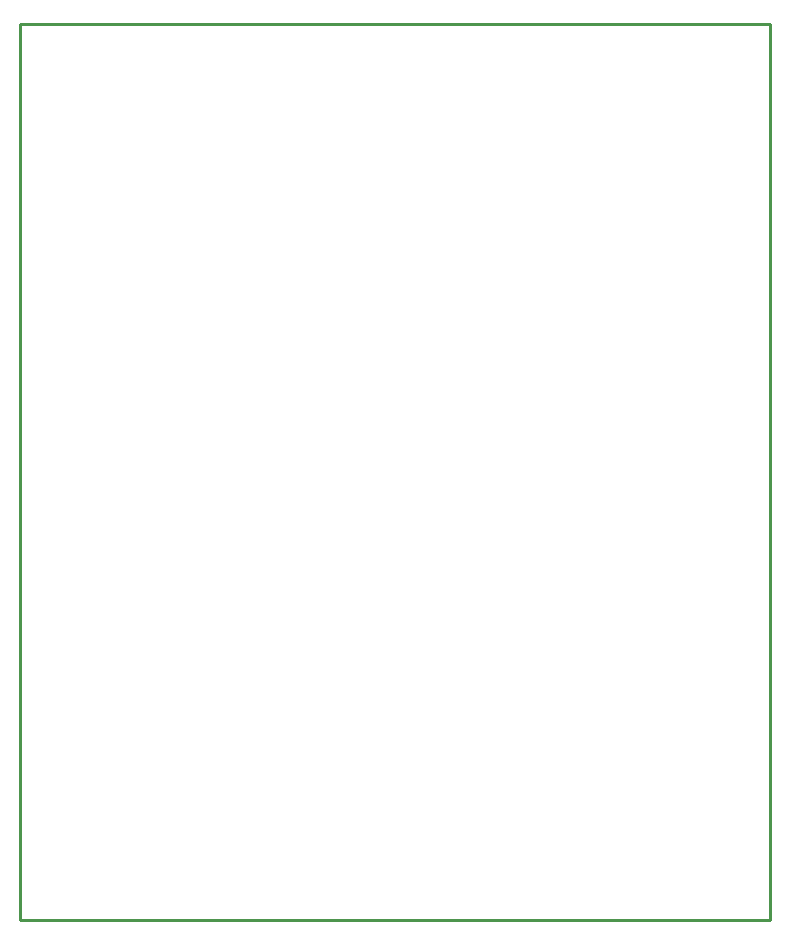
<source format=gbr>
G04 EAGLE Gerber RS-274X export*
G75*
%MOMM*%
%FSLAX34Y34*%
%LPD*%
%IN*%
%IPPOS*%
%AMOC8*
5,1,8,0,0,1.08239X$1,22.5*%
G01*
G04 Define Apertures*
%ADD10C,0.254000*%
D10*
X0Y101600D02*
X634800Y101600D01*
X634800Y860300D01*
X0Y860300D01*
X0Y101600D01*
M02*

</source>
